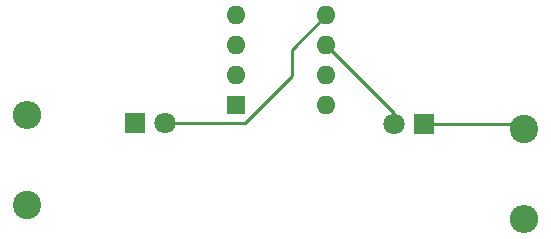
<source format=gbr>
%TF.GenerationSoftware,KiCad,Pcbnew,5.1.9+dfsg1-1*%
%TF.CreationDate,2021-10-11T10:55:51+01:00*%
%TF.ProjectId,pumpkin_jasmine,70756d70-6b69-46e5-9f6a-61736d696e65,rev?*%
%TF.SameCoordinates,Original*%
%TF.FileFunction,Copper,L1,Top*%
%TF.FilePolarity,Positive*%
%FSLAX46Y46*%
G04 Gerber Fmt 4.6, Leading zero omitted, Abs format (unit mm)*
G04 Created by KiCad (PCBNEW 5.1.9+dfsg1-1) date 2021-10-11 10:55:51*
%MOMM*%
%LPD*%
G01*
G04 APERTURE LIST*
%TA.AperFunction,ComponentPad*%
%ADD10R,1.600000X1.600000*%
%TD*%
%TA.AperFunction,ComponentPad*%
%ADD11O,1.600000X1.600000*%
%TD*%
%TA.AperFunction,ComponentPad*%
%ADD12R,1.800000X1.800000*%
%TD*%
%TA.AperFunction,ComponentPad*%
%ADD13C,1.800000*%
%TD*%
%TA.AperFunction,ComponentPad*%
%ADD14O,2.400000X2.400000*%
%TD*%
%TA.AperFunction,ComponentPad*%
%ADD15C,2.400000*%
%TD*%
%TA.AperFunction,Conductor*%
%ADD16C,0.250000*%
%TD*%
G04 APERTURE END LIST*
D10*
%TO.P,U1,1*%
%TO.N,Net-(U1-Pad1)*%
X142176500Y-89827100D03*
D11*
%TO.P,U1,5*%
%TO.N,Net-(D1-Pad2)*%
X149796500Y-82207100D03*
%TO.P,U1,2*%
%TO.N,Net-(U1-Pad2)*%
X142176500Y-87287100D03*
%TO.P,U1,6*%
%TO.N,Net-(D2-Pad2)*%
X149796500Y-84747100D03*
%TO.P,U1,3*%
%TO.N,Net-(SW2-Pad1)*%
X142176500Y-84747100D03*
%TO.P,U1,7*%
%TO.N,Net-(U1-Pad7)*%
X149796500Y-87287100D03*
%TO.P,U1,4*%
%TO.N,Net-(BT1-Pad2)*%
X142176500Y-82207100D03*
%TO.P,U1,8*%
%TO.N,Net-(SW1-Pad2)*%
X149796500Y-89827100D03*
%TD*%
D12*
%TO.P,D1,1*%
%TO.N,Net-(D1-Pad1)*%
X133604000Y-91274900D03*
D13*
%TO.P,D1,2*%
%TO.N,Net-(D1-Pad2)*%
X136144000Y-91274900D03*
%TD*%
%TO.P,D2,2*%
%TO.N,Net-(D2-Pad2)*%
X155511500Y-91376500D03*
D12*
%TO.P,D2,1*%
%TO.N,Net-(D2-Pad1)*%
X158051500Y-91376500D03*
%TD*%
D14*
%TO.P,R1,2*%
%TO.N,Net-(BT1-Pad2)*%
X166535100Y-99453700D03*
D15*
%TO.P,R1,1*%
%TO.N,Net-(D2-Pad1)*%
X166535100Y-91833700D03*
%TD*%
%TO.P,R2,1*%
%TO.N,Net-(BT1-Pad2)*%
X124498100Y-98247200D03*
D14*
%TO.P,R2,2*%
%TO.N,Net-(D1-Pad1)*%
X124498100Y-90627200D03*
%TD*%
D16*
%TO.N,Net-(D1-Pad2)*%
X142913702Y-91274900D02*
X146888200Y-87300402D01*
X136144000Y-91274900D02*
X142913702Y-91274900D01*
X146888200Y-85115400D02*
X149796500Y-82207100D01*
X146888200Y-87300402D02*
X146888200Y-85115400D01*
%TO.N,Net-(D2-Pad2)*%
X155511500Y-90462100D02*
X155511500Y-91376500D01*
X149796500Y-84747100D02*
X155511500Y-90462100D01*
%TO.N,Net-(D2-Pad1)*%
X166077900Y-91376500D02*
X166535100Y-91833700D01*
X158051500Y-91376500D02*
X166077900Y-91376500D01*
%TD*%
M02*

</source>
